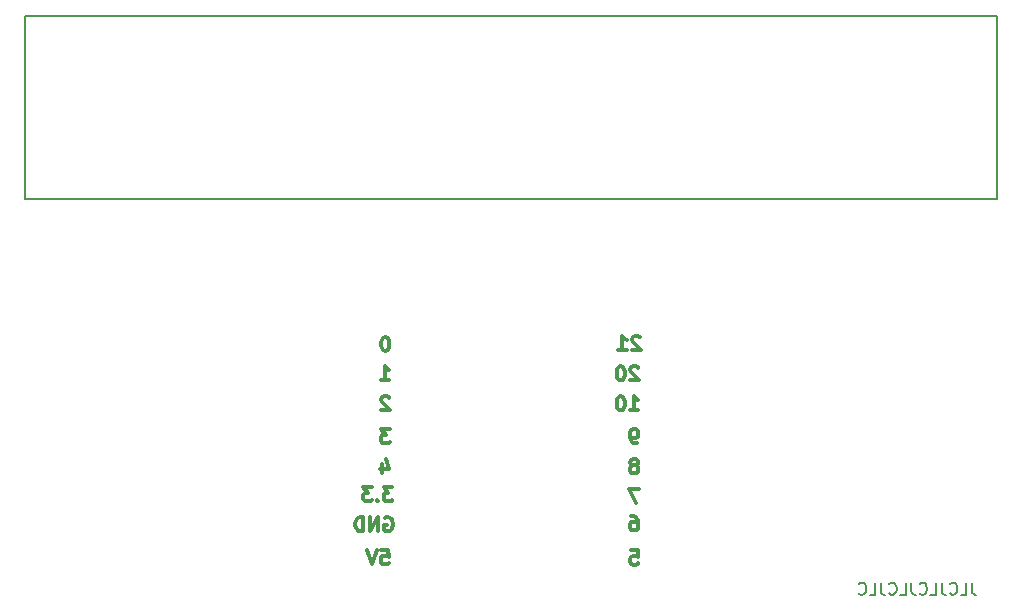
<source format=gbr>
%TF.GenerationSoftware,KiCad,Pcbnew,7.0.6-0*%
%TF.CreationDate,2023-12-05T18:44:41+00:00*%
%TF.ProjectId,Bitko clock,4269746b-6f20-4636-9c6f-636b2e6b6963,rev?*%
%TF.SameCoordinates,Original*%
%TF.FileFunction,Legend,Bot*%
%TF.FilePolarity,Positive*%
%FSLAX46Y46*%
G04 Gerber Fmt 4.6, Leading zero omitted, Abs format (unit mm)*
G04 Created by KiCad (PCBNEW 7.0.6-0) date 2023-12-05 18:44:41*
%MOMM*%
%LPD*%
G01*
G04 APERTURE LIST*
%ADD10C,0.150000*%
%ADD11C,0.300000*%
G04 APERTURE END LIST*
D10*
X33020000Y-43561000D02*
X115316000Y-43561000D01*
X115316000Y-59055000D01*
X33020000Y-59055000D01*
X33020000Y-43561000D01*
D11*
X63449653Y-71964457D02*
X63563939Y-71964457D01*
X63563939Y-71964457D02*
X63678225Y-71907314D01*
X63678225Y-71907314D02*
X63735368Y-71850171D01*
X63735368Y-71850171D02*
X63792510Y-71735885D01*
X63792510Y-71735885D02*
X63849653Y-71507314D01*
X63849653Y-71507314D02*
X63849653Y-71221600D01*
X63849653Y-71221600D02*
X63792510Y-70993028D01*
X63792510Y-70993028D02*
X63735368Y-70878742D01*
X63735368Y-70878742D02*
X63678225Y-70821600D01*
X63678225Y-70821600D02*
X63563939Y-70764457D01*
X63563939Y-70764457D02*
X63449653Y-70764457D01*
X63449653Y-70764457D02*
X63335368Y-70821600D01*
X63335368Y-70821600D02*
X63278225Y-70878742D01*
X63278225Y-70878742D02*
X63221082Y-70993028D01*
X63221082Y-70993028D02*
X63163939Y-71221600D01*
X63163939Y-71221600D02*
X63163939Y-71507314D01*
X63163939Y-71507314D02*
X63221082Y-71735885D01*
X63221082Y-71735885D02*
X63278225Y-71850171D01*
X63278225Y-71850171D02*
X63335368Y-71907314D01*
X63335368Y-71907314D02*
X63449653Y-71964457D01*
X63150346Y-74449542D02*
X63836060Y-74449542D01*
X63493203Y-74449542D02*
X63493203Y-73249542D01*
X63493203Y-73249542D02*
X63607489Y-73420971D01*
X63607489Y-73420971D02*
X63721774Y-73535257D01*
X63721774Y-73535257D02*
X63836060Y-73592400D01*
D10*
X113169506Y-91579819D02*
X113169506Y-92294104D01*
X113169506Y-92294104D02*
X113217125Y-92436961D01*
X113217125Y-92436961D02*
X113312363Y-92532200D01*
X113312363Y-92532200D02*
X113455220Y-92579819D01*
X113455220Y-92579819D02*
X113550458Y-92579819D01*
X112217125Y-92579819D02*
X112693315Y-92579819D01*
X112693315Y-92579819D02*
X112693315Y-91579819D01*
X111312363Y-92484580D02*
X111359982Y-92532200D01*
X111359982Y-92532200D02*
X111502839Y-92579819D01*
X111502839Y-92579819D02*
X111598077Y-92579819D01*
X111598077Y-92579819D02*
X111740934Y-92532200D01*
X111740934Y-92532200D02*
X111836172Y-92436961D01*
X111836172Y-92436961D02*
X111883791Y-92341723D01*
X111883791Y-92341723D02*
X111931410Y-92151247D01*
X111931410Y-92151247D02*
X111931410Y-92008390D01*
X111931410Y-92008390D02*
X111883791Y-91817914D01*
X111883791Y-91817914D02*
X111836172Y-91722676D01*
X111836172Y-91722676D02*
X111740934Y-91627438D01*
X111740934Y-91627438D02*
X111598077Y-91579819D01*
X111598077Y-91579819D02*
X111502839Y-91579819D01*
X111502839Y-91579819D02*
X111359982Y-91627438D01*
X111359982Y-91627438D02*
X111312363Y-91675057D01*
X110598077Y-91579819D02*
X110598077Y-92294104D01*
X110598077Y-92294104D02*
X110645696Y-92436961D01*
X110645696Y-92436961D02*
X110740934Y-92532200D01*
X110740934Y-92532200D02*
X110883791Y-92579819D01*
X110883791Y-92579819D02*
X110979029Y-92579819D01*
X109645696Y-92579819D02*
X110121886Y-92579819D01*
X110121886Y-92579819D02*
X110121886Y-91579819D01*
X108740934Y-92484580D02*
X108788553Y-92532200D01*
X108788553Y-92532200D02*
X108931410Y-92579819D01*
X108931410Y-92579819D02*
X109026648Y-92579819D01*
X109026648Y-92579819D02*
X109169505Y-92532200D01*
X109169505Y-92532200D02*
X109264743Y-92436961D01*
X109264743Y-92436961D02*
X109312362Y-92341723D01*
X109312362Y-92341723D02*
X109359981Y-92151247D01*
X109359981Y-92151247D02*
X109359981Y-92008390D01*
X109359981Y-92008390D02*
X109312362Y-91817914D01*
X109312362Y-91817914D02*
X109264743Y-91722676D01*
X109264743Y-91722676D02*
X109169505Y-91627438D01*
X109169505Y-91627438D02*
X109026648Y-91579819D01*
X109026648Y-91579819D02*
X108931410Y-91579819D01*
X108931410Y-91579819D02*
X108788553Y-91627438D01*
X108788553Y-91627438D02*
X108740934Y-91675057D01*
X108026648Y-91579819D02*
X108026648Y-92294104D01*
X108026648Y-92294104D02*
X108074267Y-92436961D01*
X108074267Y-92436961D02*
X108169505Y-92532200D01*
X108169505Y-92532200D02*
X108312362Y-92579819D01*
X108312362Y-92579819D02*
X108407600Y-92579819D01*
X107074267Y-92579819D02*
X107550457Y-92579819D01*
X107550457Y-92579819D02*
X107550457Y-91579819D01*
X106169505Y-92484580D02*
X106217124Y-92532200D01*
X106217124Y-92532200D02*
X106359981Y-92579819D01*
X106359981Y-92579819D02*
X106455219Y-92579819D01*
X106455219Y-92579819D02*
X106598076Y-92532200D01*
X106598076Y-92532200D02*
X106693314Y-92436961D01*
X106693314Y-92436961D02*
X106740933Y-92341723D01*
X106740933Y-92341723D02*
X106788552Y-92151247D01*
X106788552Y-92151247D02*
X106788552Y-92008390D01*
X106788552Y-92008390D02*
X106740933Y-91817914D01*
X106740933Y-91817914D02*
X106693314Y-91722676D01*
X106693314Y-91722676D02*
X106598076Y-91627438D01*
X106598076Y-91627438D02*
X106455219Y-91579819D01*
X106455219Y-91579819D02*
X106359981Y-91579819D01*
X106359981Y-91579819D02*
X106217124Y-91627438D01*
X106217124Y-91627438D02*
X106169505Y-91675057D01*
X105455219Y-91579819D02*
X105455219Y-92294104D01*
X105455219Y-92294104D02*
X105502838Y-92436961D01*
X105502838Y-92436961D02*
X105598076Y-92532200D01*
X105598076Y-92532200D02*
X105740933Y-92579819D01*
X105740933Y-92579819D02*
X105836171Y-92579819D01*
X104502838Y-92579819D02*
X104979028Y-92579819D01*
X104979028Y-92579819D02*
X104979028Y-91579819D01*
X103598076Y-92484580D02*
X103645695Y-92532200D01*
X103645695Y-92532200D02*
X103788552Y-92579819D01*
X103788552Y-92579819D02*
X103883790Y-92579819D01*
X103883790Y-92579819D02*
X104026647Y-92532200D01*
X104026647Y-92532200D02*
X104121885Y-92436961D01*
X104121885Y-92436961D02*
X104169504Y-92341723D01*
X104169504Y-92341723D02*
X104217123Y-92151247D01*
X104217123Y-92151247D02*
X104217123Y-92008390D01*
X104217123Y-92008390D02*
X104169504Y-91817914D01*
X104169504Y-91817914D02*
X104121885Y-91722676D01*
X104121885Y-91722676D02*
X104026647Y-91627438D01*
X104026647Y-91627438D02*
X103883790Y-91579819D01*
X103883790Y-91579819D02*
X103788552Y-91579819D01*
X103788552Y-91579819D02*
X103645695Y-91627438D01*
X103645695Y-91627438D02*
X103598076Y-91675057D01*
D11*
X85071060Y-70796828D02*
X85013917Y-70739685D01*
X85013917Y-70739685D02*
X84899632Y-70682542D01*
X84899632Y-70682542D02*
X84613917Y-70682542D01*
X84613917Y-70682542D02*
X84499632Y-70739685D01*
X84499632Y-70739685D02*
X84442489Y-70796828D01*
X84442489Y-70796828D02*
X84385346Y-70911114D01*
X84385346Y-70911114D02*
X84385346Y-71025400D01*
X84385346Y-71025400D02*
X84442489Y-71196828D01*
X84442489Y-71196828D02*
X85128203Y-71882542D01*
X85128203Y-71882542D02*
X84385346Y-71882542D01*
X83242489Y-71882542D02*
X83928203Y-71882542D01*
X83585346Y-71882542D02*
X83585346Y-70682542D01*
X83585346Y-70682542D02*
X83699632Y-70853971D01*
X83699632Y-70853971D02*
X83813917Y-70968257D01*
X83813917Y-70968257D02*
X83928203Y-71025400D01*
X63160631Y-88816542D02*
X63732059Y-88816542D01*
X63732059Y-88816542D02*
X63789202Y-89387971D01*
X63789202Y-89387971D02*
X63732059Y-89330828D01*
X63732059Y-89330828D02*
X63617774Y-89273685D01*
X63617774Y-89273685D02*
X63332059Y-89273685D01*
X63332059Y-89273685D02*
X63217774Y-89330828D01*
X63217774Y-89330828D02*
X63160631Y-89387971D01*
X63160631Y-89387971D02*
X63103488Y-89502257D01*
X63103488Y-89502257D02*
X63103488Y-89787971D01*
X63103488Y-89787971D02*
X63160631Y-89902257D01*
X63160631Y-89902257D02*
X63217774Y-89959400D01*
X63217774Y-89959400D02*
X63332059Y-90016542D01*
X63332059Y-90016542D02*
X63617774Y-90016542D01*
X63617774Y-90016542D02*
X63732059Y-89959400D01*
X63732059Y-89959400D02*
X63789202Y-89902257D01*
X62760631Y-88816542D02*
X62360631Y-90016542D01*
X62360631Y-90016542D02*
X61960631Y-88816542D01*
X84975203Y-83663542D02*
X84175203Y-83663542D01*
X84175203Y-83663542D02*
X84689489Y-84863542D01*
X63264632Y-81523542D02*
X63264632Y-82323542D01*
X63550346Y-81066400D02*
X63836060Y-81923542D01*
X63836060Y-81923542D02*
X63093203Y-81923542D01*
X84232346Y-76989542D02*
X84918060Y-76989542D01*
X84575203Y-76989542D02*
X84575203Y-75789542D01*
X84575203Y-75789542D02*
X84689489Y-75960971D01*
X84689489Y-75960971D02*
X84803774Y-76075257D01*
X84803774Y-76075257D02*
X84918060Y-76132400D01*
X83489489Y-75789542D02*
X83375203Y-75789542D01*
X83375203Y-75789542D02*
X83260917Y-75846685D01*
X83260917Y-75846685D02*
X83203775Y-75903828D01*
X83203775Y-75903828D02*
X83146632Y-76018114D01*
X83146632Y-76018114D02*
X83089489Y-76246685D01*
X83089489Y-76246685D02*
X83089489Y-76532400D01*
X83089489Y-76532400D02*
X83146632Y-76760971D01*
X83146632Y-76760971D02*
X83203775Y-76875257D01*
X83203775Y-76875257D02*
X83260917Y-76932400D01*
X83260917Y-76932400D02*
X83375203Y-76989542D01*
X83375203Y-76989542D02*
X83489489Y-76989542D01*
X83489489Y-76989542D02*
X83603775Y-76932400D01*
X83603775Y-76932400D02*
X83660917Y-76875257D01*
X83660917Y-76875257D02*
X83718060Y-76760971D01*
X83718060Y-76760971D02*
X83775203Y-76532400D01*
X83775203Y-76532400D02*
X83775203Y-76246685D01*
X83775203Y-76246685D02*
X83718060Y-76018114D01*
X83718060Y-76018114D02*
X83660917Y-75903828D01*
X83660917Y-75903828D02*
X83603775Y-75846685D01*
X83603775Y-75846685D02*
X83489489Y-75789542D01*
X84918060Y-73363828D02*
X84860917Y-73306685D01*
X84860917Y-73306685D02*
X84746632Y-73249542D01*
X84746632Y-73249542D02*
X84460917Y-73249542D01*
X84460917Y-73249542D02*
X84346632Y-73306685D01*
X84346632Y-73306685D02*
X84289489Y-73363828D01*
X84289489Y-73363828D02*
X84232346Y-73478114D01*
X84232346Y-73478114D02*
X84232346Y-73592400D01*
X84232346Y-73592400D02*
X84289489Y-73763828D01*
X84289489Y-73763828D02*
X84975203Y-74449542D01*
X84975203Y-74449542D02*
X84232346Y-74449542D01*
X83489489Y-73249542D02*
X83375203Y-73249542D01*
X83375203Y-73249542D02*
X83260917Y-73306685D01*
X83260917Y-73306685D02*
X83203775Y-73363828D01*
X83203775Y-73363828D02*
X83146632Y-73478114D01*
X83146632Y-73478114D02*
X83089489Y-73706685D01*
X83089489Y-73706685D02*
X83089489Y-73992400D01*
X83089489Y-73992400D02*
X83146632Y-74220971D01*
X83146632Y-74220971D02*
X83203775Y-74335257D01*
X83203775Y-74335257D02*
X83260917Y-74392400D01*
X83260917Y-74392400D02*
X83375203Y-74449542D01*
X83375203Y-74449542D02*
X83489489Y-74449542D01*
X83489489Y-74449542D02*
X83603775Y-74392400D01*
X83603775Y-74392400D02*
X83660917Y-74335257D01*
X83660917Y-74335257D02*
X83718060Y-74220971D01*
X83718060Y-74220971D02*
X83775203Y-73992400D01*
X83775203Y-73992400D02*
X83775203Y-73706685D01*
X83775203Y-73706685D02*
X83718060Y-73478114D01*
X83718060Y-73478114D02*
X83660917Y-73363828D01*
X83660917Y-73363828D02*
X83603775Y-73306685D01*
X83603775Y-73306685D02*
X83489489Y-73249542D01*
X84346632Y-85949542D02*
X84575203Y-85949542D01*
X84575203Y-85949542D02*
X84689489Y-86006685D01*
X84689489Y-86006685D02*
X84746632Y-86063828D01*
X84746632Y-86063828D02*
X84860917Y-86235257D01*
X84860917Y-86235257D02*
X84918060Y-86463828D01*
X84918060Y-86463828D02*
X84918060Y-86920971D01*
X84918060Y-86920971D02*
X84860917Y-87035257D01*
X84860917Y-87035257D02*
X84803774Y-87092400D01*
X84803774Y-87092400D02*
X84689489Y-87149542D01*
X84689489Y-87149542D02*
X84460917Y-87149542D01*
X84460917Y-87149542D02*
X84346632Y-87092400D01*
X84346632Y-87092400D02*
X84289489Y-87035257D01*
X84289489Y-87035257D02*
X84232346Y-86920971D01*
X84232346Y-86920971D02*
X84232346Y-86635257D01*
X84232346Y-86635257D02*
X84289489Y-86520971D01*
X84289489Y-86520971D02*
X84346632Y-86463828D01*
X84346632Y-86463828D02*
X84460917Y-86406685D01*
X84460917Y-86406685D02*
X84689489Y-86406685D01*
X84689489Y-86406685D02*
X84803774Y-86463828D01*
X84803774Y-86463828D02*
X84860917Y-86520971D01*
X84860917Y-86520971D02*
X84918060Y-86635257D01*
X64100345Y-83482542D02*
X63357488Y-83482542D01*
X63357488Y-83482542D02*
X63757488Y-83939685D01*
X63757488Y-83939685D02*
X63586059Y-83939685D01*
X63586059Y-83939685D02*
X63471774Y-83996828D01*
X63471774Y-83996828D02*
X63414631Y-84053971D01*
X63414631Y-84053971D02*
X63357488Y-84168257D01*
X63357488Y-84168257D02*
X63357488Y-84453971D01*
X63357488Y-84453971D02*
X63414631Y-84568257D01*
X63414631Y-84568257D02*
X63471774Y-84625400D01*
X63471774Y-84625400D02*
X63586059Y-84682542D01*
X63586059Y-84682542D02*
X63928916Y-84682542D01*
X63928916Y-84682542D02*
X64043202Y-84625400D01*
X64043202Y-84625400D02*
X64100345Y-84568257D01*
X62843202Y-84568257D02*
X62786059Y-84625400D01*
X62786059Y-84625400D02*
X62843202Y-84682542D01*
X62843202Y-84682542D02*
X62900345Y-84625400D01*
X62900345Y-84625400D02*
X62843202Y-84568257D01*
X62843202Y-84568257D02*
X62843202Y-84682542D01*
X62386059Y-83482542D02*
X61643202Y-83482542D01*
X61643202Y-83482542D02*
X62043202Y-83939685D01*
X62043202Y-83939685D02*
X61871773Y-83939685D01*
X61871773Y-83939685D02*
X61757488Y-83996828D01*
X61757488Y-83996828D02*
X61700345Y-84053971D01*
X61700345Y-84053971D02*
X61643202Y-84168257D01*
X61643202Y-84168257D02*
X61643202Y-84453971D01*
X61643202Y-84453971D02*
X61700345Y-84568257D01*
X61700345Y-84568257D02*
X61757488Y-84625400D01*
X61757488Y-84625400D02*
X61871773Y-84682542D01*
X61871773Y-84682542D02*
X62214630Y-84682542D01*
X62214630Y-84682542D02*
X62328916Y-84625400D01*
X62328916Y-84625400D02*
X62386059Y-84568257D01*
X63893203Y-78583542D02*
X63150346Y-78583542D01*
X63150346Y-78583542D02*
X63550346Y-79040685D01*
X63550346Y-79040685D02*
X63378917Y-79040685D01*
X63378917Y-79040685D02*
X63264632Y-79097828D01*
X63264632Y-79097828D02*
X63207489Y-79154971D01*
X63207489Y-79154971D02*
X63150346Y-79269257D01*
X63150346Y-79269257D02*
X63150346Y-79554971D01*
X63150346Y-79554971D02*
X63207489Y-79669257D01*
X63207489Y-79669257D02*
X63264632Y-79726400D01*
X63264632Y-79726400D02*
X63378917Y-79783542D01*
X63378917Y-79783542D02*
X63721774Y-79783542D01*
X63721774Y-79783542D02*
X63836060Y-79726400D01*
X63836060Y-79726400D02*
X63893203Y-79669257D01*
X63836060Y-75903828D02*
X63778917Y-75846685D01*
X63778917Y-75846685D02*
X63664632Y-75789542D01*
X63664632Y-75789542D02*
X63378917Y-75789542D01*
X63378917Y-75789542D02*
X63264632Y-75846685D01*
X63264632Y-75846685D02*
X63207489Y-75903828D01*
X63207489Y-75903828D02*
X63150346Y-76018114D01*
X63150346Y-76018114D02*
X63150346Y-76132400D01*
X63150346Y-76132400D02*
X63207489Y-76303828D01*
X63207489Y-76303828D02*
X63893203Y-76989542D01*
X63893203Y-76989542D02*
X63150346Y-76989542D01*
X84689489Y-81637828D02*
X84803774Y-81580685D01*
X84803774Y-81580685D02*
X84860917Y-81523542D01*
X84860917Y-81523542D02*
X84918060Y-81409257D01*
X84918060Y-81409257D02*
X84918060Y-81352114D01*
X84918060Y-81352114D02*
X84860917Y-81237828D01*
X84860917Y-81237828D02*
X84803774Y-81180685D01*
X84803774Y-81180685D02*
X84689489Y-81123542D01*
X84689489Y-81123542D02*
X84460917Y-81123542D01*
X84460917Y-81123542D02*
X84346632Y-81180685D01*
X84346632Y-81180685D02*
X84289489Y-81237828D01*
X84289489Y-81237828D02*
X84232346Y-81352114D01*
X84232346Y-81352114D02*
X84232346Y-81409257D01*
X84232346Y-81409257D02*
X84289489Y-81523542D01*
X84289489Y-81523542D02*
X84346632Y-81580685D01*
X84346632Y-81580685D02*
X84460917Y-81637828D01*
X84460917Y-81637828D02*
X84689489Y-81637828D01*
X84689489Y-81637828D02*
X84803774Y-81694971D01*
X84803774Y-81694971D02*
X84860917Y-81752114D01*
X84860917Y-81752114D02*
X84918060Y-81866400D01*
X84918060Y-81866400D02*
X84918060Y-82094971D01*
X84918060Y-82094971D02*
X84860917Y-82209257D01*
X84860917Y-82209257D02*
X84803774Y-82266400D01*
X84803774Y-82266400D02*
X84689489Y-82323542D01*
X84689489Y-82323542D02*
X84460917Y-82323542D01*
X84460917Y-82323542D02*
X84346632Y-82266400D01*
X84346632Y-82266400D02*
X84289489Y-82209257D01*
X84289489Y-82209257D02*
X84232346Y-82094971D01*
X84232346Y-82094971D02*
X84232346Y-81866400D01*
X84232346Y-81866400D02*
X84289489Y-81752114D01*
X84289489Y-81752114D02*
X84346632Y-81694971D01*
X84346632Y-81694971D02*
X84460917Y-81637828D01*
X84289489Y-88843542D02*
X84860917Y-88843542D01*
X84860917Y-88843542D02*
X84918060Y-89414971D01*
X84918060Y-89414971D02*
X84860917Y-89357828D01*
X84860917Y-89357828D02*
X84746632Y-89300685D01*
X84746632Y-89300685D02*
X84460917Y-89300685D01*
X84460917Y-89300685D02*
X84346632Y-89357828D01*
X84346632Y-89357828D02*
X84289489Y-89414971D01*
X84289489Y-89414971D02*
X84232346Y-89529257D01*
X84232346Y-89529257D02*
X84232346Y-89814971D01*
X84232346Y-89814971D02*
X84289489Y-89929257D01*
X84289489Y-89929257D02*
X84346632Y-89986400D01*
X84346632Y-89986400D02*
X84460917Y-90043542D01*
X84460917Y-90043542D02*
X84746632Y-90043542D01*
X84746632Y-90043542D02*
X84860917Y-89986400D01*
X84860917Y-89986400D02*
X84918060Y-89929257D01*
X63484488Y-86079685D02*
X63598774Y-86022542D01*
X63598774Y-86022542D02*
X63770202Y-86022542D01*
X63770202Y-86022542D02*
X63941631Y-86079685D01*
X63941631Y-86079685D02*
X64055916Y-86193971D01*
X64055916Y-86193971D02*
X64113059Y-86308257D01*
X64113059Y-86308257D02*
X64170202Y-86536828D01*
X64170202Y-86536828D02*
X64170202Y-86708257D01*
X64170202Y-86708257D02*
X64113059Y-86936828D01*
X64113059Y-86936828D02*
X64055916Y-87051114D01*
X64055916Y-87051114D02*
X63941631Y-87165400D01*
X63941631Y-87165400D02*
X63770202Y-87222542D01*
X63770202Y-87222542D02*
X63655916Y-87222542D01*
X63655916Y-87222542D02*
X63484488Y-87165400D01*
X63484488Y-87165400D02*
X63427345Y-87108257D01*
X63427345Y-87108257D02*
X63427345Y-86708257D01*
X63427345Y-86708257D02*
X63655916Y-86708257D01*
X62913059Y-87222542D02*
X62913059Y-86022542D01*
X62913059Y-86022542D02*
X62227345Y-87222542D01*
X62227345Y-87222542D02*
X62227345Y-86022542D01*
X61655916Y-87222542D02*
X61655916Y-86022542D01*
X61655916Y-86022542D02*
X61370202Y-86022542D01*
X61370202Y-86022542D02*
X61198773Y-86079685D01*
X61198773Y-86079685D02*
X61084488Y-86193971D01*
X61084488Y-86193971D02*
X61027345Y-86308257D01*
X61027345Y-86308257D02*
X60970202Y-86536828D01*
X60970202Y-86536828D02*
X60970202Y-86708257D01*
X60970202Y-86708257D02*
X61027345Y-86936828D01*
X61027345Y-86936828D02*
X61084488Y-87051114D01*
X61084488Y-87051114D02*
X61198773Y-87165400D01*
X61198773Y-87165400D02*
X61370202Y-87222542D01*
X61370202Y-87222542D02*
X61655916Y-87222542D01*
X84803774Y-79783542D02*
X84575203Y-79783542D01*
X84575203Y-79783542D02*
X84460917Y-79726400D01*
X84460917Y-79726400D02*
X84403774Y-79669257D01*
X84403774Y-79669257D02*
X84289489Y-79497828D01*
X84289489Y-79497828D02*
X84232346Y-79269257D01*
X84232346Y-79269257D02*
X84232346Y-78812114D01*
X84232346Y-78812114D02*
X84289489Y-78697828D01*
X84289489Y-78697828D02*
X84346632Y-78640685D01*
X84346632Y-78640685D02*
X84460917Y-78583542D01*
X84460917Y-78583542D02*
X84689489Y-78583542D01*
X84689489Y-78583542D02*
X84803774Y-78640685D01*
X84803774Y-78640685D02*
X84860917Y-78697828D01*
X84860917Y-78697828D02*
X84918060Y-78812114D01*
X84918060Y-78812114D02*
X84918060Y-79097828D01*
X84918060Y-79097828D02*
X84860917Y-79212114D01*
X84860917Y-79212114D02*
X84803774Y-79269257D01*
X84803774Y-79269257D02*
X84689489Y-79326400D01*
X84689489Y-79326400D02*
X84460917Y-79326400D01*
X84460917Y-79326400D02*
X84346632Y-79269257D01*
X84346632Y-79269257D02*
X84289489Y-79212114D01*
X84289489Y-79212114D02*
X84232346Y-79097828D01*
M02*

</source>
